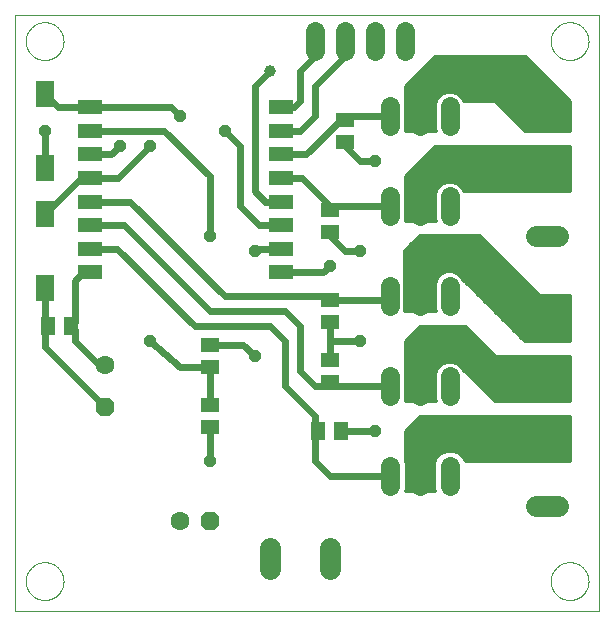
<source format=gtl>
G75*
%MOIN*%
%OFA0B0*%
%FSLAX25Y25*%
%IPPOS*%
%LPD*%
%AMOC8*
5,1,8,0,0,1.08239X$1,22.5*
%
%ADD10C,0.00000*%
%ADD11R,0.07874X0.04724*%
%ADD12C,0.06400*%
%ADD13R,0.05906X0.05118*%
%ADD14R,0.05118X0.05906*%
%ADD15R,0.06299X0.09055*%
%ADD16C,0.07100*%
%ADD17OC8,0.06300*%
%ADD18C,0.06300*%
%ADD19C,0.02400*%
%ADD20OC8,0.03962*%
%ADD21C,0.03962*%
%ADD22C,0.01200*%
%ADD23C,0.01000*%
D10*
X0001500Y0001500D02*
X0001500Y0200201D01*
X0196421Y0200201D01*
X0196421Y0001500D01*
X0001500Y0001500D01*
X0005201Y0011500D02*
X0005203Y0011658D01*
X0005209Y0011816D01*
X0005219Y0011974D01*
X0005233Y0012132D01*
X0005251Y0012289D01*
X0005272Y0012446D01*
X0005298Y0012602D01*
X0005328Y0012758D01*
X0005361Y0012913D01*
X0005399Y0013066D01*
X0005440Y0013219D01*
X0005485Y0013371D01*
X0005534Y0013522D01*
X0005587Y0013671D01*
X0005643Y0013819D01*
X0005703Y0013965D01*
X0005767Y0014110D01*
X0005835Y0014253D01*
X0005906Y0014395D01*
X0005980Y0014535D01*
X0006058Y0014672D01*
X0006140Y0014808D01*
X0006224Y0014942D01*
X0006313Y0015073D01*
X0006404Y0015202D01*
X0006499Y0015329D01*
X0006596Y0015454D01*
X0006697Y0015576D01*
X0006801Y0015695D01*
X0006908Y0015812D01*
X0007018Y0015926D01*
X0007131Y0016037D01*
X0007246Y0016146D01*
X0007364Y0016251D01*
X0007485Y0016353D01*
X0007608Y0016453D01*
X0007734Y0016549D01*
X0007862Y0016642D01*
X0007992Y0016732D01*
X0008125Y0016818D01*
X0008260Y0016902D01*
X0008396Y0016981D01*
X0008535Y0017058D01*
X0008676Y0017130D01*
X0008818Y0017200D01*
X0008962Y0017265D01*
X0009108Y0017327D01*
X0009255Y0017385D01*
X0009404Y0017440D01*
X0009554Y0017491D01*
X0009705Y0017538D01*
X0009857Y0017581D01*
X0010010Y0017620D01*
X0010165Y0017656D01*
X0010320Y0017687D01*
X0010476Y0017715D01*
X0010632Y0017739D01*
X0010789Y0017759D01*
X0010947Y0017775D01*
X0011104Y0017787D01*
X0011263Y0017795D01*
X0011421Y0017799D01*
X0011579Y0017799D01*
X0011737Y0017795D01*
X0011896Y0017787D01*
X0012053Y0017775D01*
X0012211Y0017759D01*
X0012368Y0017739D01*
X0012524Y0017715D01*
X0012680Y0017687D01*
X0012835Y0017656D01*
X0012990Y0017620D01*
X0013143Y0017581D01*
X0013295Y0017538D01*
X0013446Y0017491D01*
X0013596Y0017440D01*
X0013745Y0017385D01*
X0013892Y0017327D01*
X0014038Y0017265D01*
X0014182Y0017200D01*
X0014324Y0017130D01*
X0014465Y0017058D01*
X0014604Y0016981D01*
X0014740Y0016902D01*
X0014875Y0016818D01*
X0015008Y0016732D01*
X0015138Y0016642D01*
X0015266Y0016549D01*
X0015392Y0016453D01*
X0015515Y0016353D01*
X0015636Y0016251D01*
X0015754Y0016146D01*
X0015869Y0016037D01*
X0015982Y0015926D01*
X0016092Y0015812D01*
X0016199Y0015695D01*
X0016303Y0015576D01*
X0016404Y0015454D01*
X0016501Y0015329D01*
X0016596Y0015202D01*
X0016687Y0015073D01*
X0016776Y0014942D01*
X0016860Y0014808D01*
X0016942Y0014672D01*
X0017020Y0014535D01*
X0017094Y0014395D01*
X0017165Y0014253D01*
X0017233Y0014110D01*
X0017297Y0013965D01*
X0017357Y0013819D01*
X0017413Y0013671D01*
X0017466Y0013522D01*
X0017515Y0013371D01*
X0017560Y0013219D01*
X0017601Y0013066D01*
X0017639Y0012913D01*
X0017672Y0012758D01*
X0017702Y0012602D01*
X0017728Y0012446D01*
X0017749Y0012289D01*
X0017767Y0012132D01*
X0017781Y0011974D01*
X0017791Y0011816D01*
X0017797Y0011658D01*
X0017799Y0011500D01*
X0017797Y0011342D01*
X0017791Y0011184D01*
X0017781Y0011026D01*
X0017767Y0010868D01*
X0017749Y0010711D01*
X0017728Y0010554D01*
X0017702Y0010398D01*
X0017672Y0010242D01*
X0017639Y0010087D01*
X0017601Y0009934D01*
X0017560Y0009781D01*
X0017515Y0009629D01*
X0017466Y0009478D01*
X0017413Y0009329D01*
X0017357Y0009181D01*
X0017297Y0009035D01*
X0017233Y0008890D01*
X0017165Y0008747D01*
X0017094Y0008605D01*
X0017020Y0008465D01*
X0016942Y0008328D01*
X0016860Y0008192D01*
X0016776Y0008058D01*
X0016687Y0007927D01*
X0016596Y0007798D01*
X0016501Y0007671D01*
X0016404Y0007546D01*
X0016303Y0007424D01*
X0016199Y0007305D01*
X0016092Y0007188D01*
X0015982Y0007074D01*
X0015869Y0006963D01*
X0015754Y0006854D01*
X0015636Y0006749D01*
X0015515Y0006647D01*
X0015392Y0006547D01*
X0015266Y0006451D01*
X0015138Y0006358D01*
X0015008Y0006268D01*
X0014875Y0006182D01*
X0014740Y0006098D01*
X0014604Y0006019D01*
X0014465Y0005942D01*
X0014324Y0005870D01*
X0014182Y0005800D01*
X0014038Y0005735D01*
X0013892Y0005673D01*
X0013745Y0005615D01*
X0013596Y0005560D01*
X0013446Y0005509D01*
X0013295Y0005462D01*
X0013143Y0005419D01*
X0012990Y0005380D01*
X0012835Y0005344D01*
X0012680Y0005313D01*
X0012524Y0005285D01*
X0012368Y0005261D01*
X0012211Y0005241D01*
X0012053Y0005225D01*
X0011896Y0005213D01*
X0011737Y0005205D01*
X0011579Y0005201D01*
X0011421Y0005201D01*
X0011263Y0005205D01*
X0011104Y0005213D01*
X0010947Y0005225D01*
X0010789Y0005241D01*
X0010632Y0005261D01*
X0010476Y0005285D01*
X0010320Y0005313D01*
X0010165Y0005344D01*
X0010010Y0005380D01*
X0009857Y0005419D01*
X0009705Y0005462D01*
X0009554Y0005509D01*
X0009404Y0005560D01*
X0009255Y0005615D01*
X0009108Y0005673D01*
X0008962Y0005735D01*
X0008818Y0005800D01*
X0008676Y0005870D01*
X0008535Y0005942D01*
X0008396Y0006019D01*
X0008260Y0006098D01*
X0008125Y0006182D01*
X0007992Y0006268D01*
X0007862Y0006358D01*
X0007734Y0006451D01*
X0007608Y0006547D01*
X0007485Y0006647D01*
X0007364Y0006749D01*
X0007246Y0006854D01*
X0007131Y0006963D01*
X0007018Y0007074D01*
X0006908Y0007188D01*
X0006801Y0007305D01*
X0006697Y0007424D01*
X0006596Y0007546D01*
X0006499Y0007671D01*
X0006404Y0007798D01*
X0006313Y0007927D01*
X0006224Y0008058D01*
X0006140Y0008192D01*
X0006058Y0008328D01*
X0005980Y0008465D01*
X0005906Y0008605D01*
X0005835Y0008747D01*
X0005767Y0008890D01*
X0005703Y0009035D01*
X0005643Y0009181D01*
X0005587Y0009329D01*
X0005534Y0009478D01*
X0005485Y0009629D01*
X0005440Y0009781D01*
X0005399Y0009934D01*
X0005361Y0010087D01*
X0005328Y0010242D01*
X0005298Y0010398D01*
X0005272Y0010554D01*
X0005251Y0010711D01*
X0005233Y0010868D01*
X0005219Y0011026D01*
X0005209Y0011184D01*
X0005203Y0011342D01*
X0005201Y0011500D01*
X0005201Y0191500D02*
X0005203Y0191658D01*
X0005209Y0191816D01*
X0005219Y0191974D01*
X0005233Y0192132D01*
X0005251Y0192289D01*
X0005272Y0192446D01*
X0005298Y0192602D01*
X0005328Y0192758D01*
X0005361Y0192913D01*
X0005399Y0193066D01*
X0005440Y0193219D01*
X0005485Y0193371D01*
X0005534Y0193522D01*
X0005587Y0193671D01*
X0005643Y0193819D01*
X0005703Y0193965D01*
X0005767Y0194110D01*
X0005835Y0194253D01*
X0005906Y0194395D01*
X0005980Y0194535D01*
X0006058Y0194672D01*
X0006140Y0194808D01*
X0006224Y0194942D01*
X0006313Y0195073D01*
X0006404Y0195202D01*
X0006499Y0195329D01*
X0006596Y0195454D01*
X0006697Y0195576D01*
X0006801Y0195695D01*
X0006908Y0195812D01*
X0007018Y0195926D01*
X0007131Y0196037D01*
X0007246Y0196146D01*
X0007364Y0196251D01*
X0007485Y0196353D01*
X0007608Y0196453D01*
X0007734Y0196549D01*
X0007862Y0196642D01*
X0007992Y0196732D01*
X0008125Y0196818D01*
X0008260Y0196902D01*
X0008396Y0196981D01*
X0008535Y0197058D01*
X0008676Y0197130D01*
X0008818Y0197200D01*
X0008962Y0197265D01*
X0009108Y0197327D01*
X0009255Y0197385D01*
X0009404Y0197440D01*
X0009554Y0197491D01*
X0009705Y0197538D01*
X0009857Y0197581D01*
X0010010Y0197620D01*
X0010165Y0197656D01*
X0010320Y0197687D01*
X0010476Y0197715D01*
X0010632Y0197739D01*
X0010789Y0197759D01*
X0010947Y0197775D01*
X0011104Y0197787D01*
X0011263Y0197795D01*
X0011421Y0197799D01*
X0011579Y0197799D01*
X0011737Y0197795D01*
X0011896Y0197787D01*
X0012053Y0197775D01*
X0012211Y0197759D01*
X0012368Y0197739D01*
X0012524Y0197715D01*
X0012680Y0197687D01*
X0012835Y0197656D01*
X0012990Y0197620D01*
X0013143Y0197581D01*
X0013295Y0197538D01*
X0013446Y0197491D01*
X0013596Y0197440D01*
X0013745Y0197385D01*
X0013892Y0197327D01*
X0014038Y0197265D01*
X0014182Y0197200D01*
X0014324Y0197130D01*
X0014465Y0197058D01*
X0014604Y0196981D01*
X0014740Y0196902D01*
X0014875Y0196818D01*
X0015008Y0196732D01*
X0015138Y0196642D01*
X0015266Y0196549D01*
X0015392Y0196453D01*
X0015515Y0196353D01*
X0015636Y0196251D01*
X0015754Y0196146D01*
X0015869Y0196037D01*
X0015982Y0195926D01*
X0016092Y0195812D01*
X0016199Y0195695D01*
X0016303Y0195576D01*
X0016404Y0195454D01*
X0016501Y0195329D01*
X0016596Y0195202D01*
X0016687Y0195073D01*
X0016776Y0194942D01*
X0016860Y0194808D01*
X0016942Y0194672D01*
X0017020Y0194535D01*
X0017094Y0194395D01*
X0017165Y0194253D01*
X0017233Y0194110D01*
X0017297Y0193965D01*
X0017357Y0193819D01*
X0017413Y0193671D01*
X0017466Y0193522D01*
X0017515Y0193371D01*
X0017560Y0193219D01*
X0017601Y0193066D01*
X0017639Y0192913D01*
X0017672Y0192758D01*
X0017702Y0192602D01*
X0017728Y0192446D01*
X0017749Y0192289D01*
X0017767Y0192132D01*
X0017781Y0191974D01*
X0017791Y0191816D01*
X0017797Y0191658D01*
X0017799Y0191500D01*
X0017797Y0191342D01*
X0017791Y0191184D01*
X0017781Y0191026D01*
X0017767Y0190868D01*
X0017749Y0190711D01*
X0017728Y0190554D01*
X0017702Y0190398D01*
X0017672Y0190242D01*
X0017639Y0190087D01*
X0017601Y0189934D01*
X0017560Y0189781D01*
X0017515Y0189629D01*
X0017466Y0189478D01*
X0017413Y0189329D01*
X0017357Y0189181D01*
X0017297Y0189035D01*
X0017233Y0188890D01*
X0017165Y0188747D01*
X0017094Y0188605D01*
X0017020Y0188465D01*
X0016942Y0188328D01*
X0016860Y0188192D01*
X0016776Y0188058D01*
X0016687Y0187927D01*
X0016596Y0187798D01*
X0016501Y0187671D01*
X0016404Y0187546D01*
X0016303Y0187424D01*
X0016199Y0187305D01*
X0016092Y0187188D01*
X0015982Y0187074D01*
X0015869Y0186963D01*
X0015754Y0186854D01*
X0015636Y0186749D01*
X0015515Y0186647D01*
X0015392Y0186547D01*
X0015266Y0186451D01*
X0015138Y0186358D01*
X0015008Y0186268D01*
X0014875Y0186182D01*
X0014740Y0186098D01*
X0014604Y0186019D01*
X0014465Y0185942D01*
X0014324Y0185870D01*
X0014182Y0185800D01*
X0014038Y0185735D01*
X0013892Y0185673D01*
X0013745Y0185615D01*
X0013596Y0185560D01*
X0013446Y0185509D01*
X0013295Y0185462D01*
X0013143Y0185419D01*
X0012990Y0185380D01*
X0012835Y0185344D01*
X0012680Y0185313D01*
X0012524Y0185285D01*
X0012368Y0185261D01*
X0012211Y0185241D01*
X0012053Y0185225D01*
X0011896Y0185213D01*
X0011737Y0185205D01*
X0011579Y0185201D01*
X0011421Y0185201D01*
X0011263Y0185205D01*
X0011104Y0185213D01*
X0010947Y0185225D01*
X0010789Y0185241D01*
X0010632Y0185261D01*
X0010476Y0185285D01*
X0010320Y0185313D01*
X0010165Y0185344D01*
X0010010Y0185380D01*
X0009857Y0185419D01*
X0009705Y0185462D01*
X0009554Y0185509D01*
X0009404Y0185560D01*
X0009255Y0185615D01*
X0009108Y0185673D01*
X0008962Y0185735D01*
X0008818Y0185800D01*
X0008676Y0185870D01*
X0008535Y0185942D01*
X0008396Y0186019D01*
X0008260Y0186098D01*
X0008125Y0186182D01*
X0007992Y0186268D01*
X0007862Y0186358D01*
X0007734Y0186451D01*
X0007608Y0186547D01*
X0007485Y0186647D01*
X0007364Y0186749D01*
X0007246Y0186854D01*
X0007131Y0186963D01*
X0007018Y0187074D01*
X0006908Y0187188D01*
X0006801Y0187305D01*
X0006697Y0187424D01*
X0006596Y0187546D01*
X0006499Y0187671D01*
X0006404Y0187798D01*
X0006313Y0187927D01*
X0006224Y0188058D01*
X0006140Y0188192D01*
X0006058Y0188328D01*
X0005980Y0188465D01*
X0005906Y0188605D01*
X0005835Y0188747D01*
X0005767Y0188890D01*
X0005703Y0189035D01*
X0005643Y0189181D01*
X0005587Y0189329D01*
X0005534Y0189478D01*
X0005485Y0189629D01*
X0005440Y0189781D01*
X0005399Y0189934D01*
X0005361Y0190087D01*
X0005328Y0190242D01*
X0005298Y0190398D01*
X0005272Y0190554D01*
X0005251Y0190711D01*
X0005233Y0190868D01*
X0005219Y0191026D01*
X0005209Y0191184D01*
X0005203Y0191342D01*
X0005201Y0191500D01*
X0180201Y0191500D02*
X0180203Y0191658D01*
X0180209Y0191816D01*
X0180219Y0191974D01*
X0180233Y0192132D01*
X0180251Y0192289D01*
X0180272Y0192446D01*
X0180298Y0192602D01*
X0180328Y0192758D01*
X0180361Y0192913D01*
X0180399Y0193066D01*
X0180440Y0193219D01*
X0180485Y0193371D01*
X0180534Y0193522D01*
X0180587Y0193671D01*
X0180643Y0193819D01*
X0180703Y0193965D01*
X0180767Y0194110D01*
X0180835Y0194253D01*
X0180906Y0194395D01*
X0180980Y0194535D01*
X0181058Y0194672D01*
X0181140Y0194808D01*
X0181224Y0194942D01*
X0181313Y0195073D01*
X0181404Y0195202D01*
X0181499Y0195329D01*
X0181596Y0195454D01*
X0181697Y0195576D01*
X0181801Y0195695D01*
X0181908Y0195812D01*
X0182018Y0195926D01*
X0182131Y0196037D01*
X0182246Y0196146D01*
X0182364Y0196251D01*
X0182485Y0196353D01*
X0182608Y0196453D01*
X0182734Y0196549D01*
X0182862Y0196642D01*
X0182992Y0196732D01*
X0183125Y0196818D01*
X0183260Y0196902D01*
X0183396Y0196981D01*
X0183535Y0197058D01*
X0183676Y0197130D01*
X0183818Y0197200D01*
X0183962Y0197265D01*
X0184108Y0197327D01*
X0184255Y0197385D01*
X0184404Y0197440D01*
X0184554Y0197491D01*
X0184705Y0197538D01*
X0184857Y0197581D01*
X0185010Y0197620D01*
X0185165Y0197656D01*
X0185320Y0197687D01*
X0185476Y0197715D01*
X0185632Y0197739D01*
X0185789Y0197759D01*
X0185947Y0197775D01*
X0186104Y0197787D01*
X0186263Y0197795D01*
X0186421Y0197799D01*
X0186579Y0197799D01*
X0186737Y0197795D01*
X0186896Y0197787D01*
X0187053Y0197775D01*
X0187211Y0197759D01*
X0187368Y0197739D01*
X0187524Y0197715D01*
X0187680Y0197687D01*
X0187835Y0197656D01*
X0187990Y0197620D01*
X0188143Y0197581D01*
X0188295Y0197538D01*
X0188446Y0197491D01*
X0188596Y0197440D01*
X0188745Y0197385D01*
X0188892Y0197327D01*
X0189038Y0197265D01*
X0189182Y0197200D01*
X0189324Y0197130D01*
X0189465Y0197058D01*
X0189604Y0196981D01*
X0189740Y0196902D01*
X0189875Y0196818D01*
X0190008Y0196732D01*
X0190138Y0196642D01*
X0190266Y0196549D01*
X0190392Y0196453D01*
X0190515Y0196353D01*
X0190636Y0196251D01*
X0190754Y0196146D01*
X0190869Y0196037D01*
X0190982Y0195926D01*
X0191092Y0195812D01*
X0191199Y0195695D01*
X0191303Y0195576D01*
X0191404Y0195454D01*
X0191501Y0195329D01*
X0191596Y0195202D01*
X0191687Y0195073D01*
X0191776Y0194942D01*
X0191860Y0194808D01*
X0191942Y0194672D01*
X0192020Y0194535D01*
X0192094Y0194395D01*
X0192165Y0194253D01*
X0192233Y0194110D01*
X0192297Y0193965D01*
X0192357Y0193819D01*
X0192413Y0193671D01*
X0192466Y0193522D01*
X0192515Y0193371D01*
X0192560Y0193219D01*
X0192601Y0193066D01*
X0192639Y0192913D01*
X0192672Y0192758D01*
X0192702Y0192602D01*
X0192728Y0192446D01*
X0192749Y0192289D01*
X0192767Y0192132D01*
X0192781Y0191974D01*
X0192791Y0191816D01*
X0192797Y0191658D01*
X0192799Y0191500D01*
X0192797Y0191342D01*
X0192791Y0191184D01*
X0192781Y0191026D01*
X0192767Y0190868D01*
X0192749Y0190711D01*
X0192728Y0190554D01*
X0192702Y0190398D01*
X0192672Y0190242D01*
X0192639Y0190087D01*
X0192601Y0189934D01*
X0192560Y0189781D01*
X0192515Y0189629D01*
X0192466Y0189478D01*
X0192413Y0189329D01*
X0192357Y0189181D01*
X0192297Y0189035D01*
X0192233Y0188890D01*
X0192165Y0188747D01*
X0192094Y0188605D01*
X0192020Y0188465D01*
X0191942Y0188328D01*
X0191860Y0188192D01*
X0191776Y0188058D01*
X0191687Y0187927D01*
X0191596Y0187798D01*
X0191501Y0187671D01*
X0191404Y0187546D01*
X0191303Y0187424D01*
X0191199Y0187305D01*
X0191092Y0187188D01*
X0190982Y0187074D01*
X0190869Y0186963D01*
X0190754Y0186854D01*
X0190636Y0186749D01*
X0190515Y0186647D01*
X0190392Y0186547D01*
X0190266Y0186451D01*
X0190138Y0186358D01*
X0190008Y0186268D01*
X0189875Y0186182D01*
X0189740Y0186098D01*
X0189604Y0186019D01*
X0189465Y0185942D01*
X0189324Y0185870D01*
X0189182Y0185800D01*
X0189038Y0185735D01*
X0188892Y0185673D01*
X0188745Y0185615D01*
X0188596Y0185560D01*
X0188446Y0185509D01*
X0188295Y0185462D01*
X0188143Y0185419D01*
X0187990Y0185380D01*
X0187835Y0185344D01*
X0187680Y0185313D01*
X0187524Y0185285D01*
X0187368Y0185261D01*
X0187211Y0185241D01*
X0187053Y0185225D01*
X0186896Y0185213D01*
X0186737Y0185205D01*
X0186579Y0185201D01*
X0186421Y0185201D01*
X0186263Y0185205D01*
X0186104Y0185213D01*
X0185947Y0185225D01*
X0185789Y0185241D01*
X0185632Y0185261D01*
X0185476Y0185285D01*
X0185320Y0185313D01*
X0185165Y0185344D01*
X0185010Y0185380D01*
X0184857Y0185419D01*
X0184705Y0185462D01*
X0184554Y0185509D01*
X0184404Y0185560D01*
X0184255Y0185615D01*
X0184108Y0185673D01*
X0183962Y0185735D01*
X0183818Y0185800D01*
X0183676Y0185870D01*
X0183535Y0185942D01*
X0183396Y0186019D01*
X0183260Y0186098D01*
X0183125Y0186182D01*
X0182992Y0186268D01*
X0182862Y0186358D01*
X0182734Y0186451D01*
X0182608Y0186547D01*
X0182485Y0186647D01*
X0182364Y0186749D01*
X0182246Y0186854D01*
X0182131Y0186963D01*
X0182018Y0187074D01*
X0181908Y0187188D01*
X0181801Y0187305D01*
X0181697Y0187424D01*
X0181596Y0187546D01*
X0181499Y0187671D01*
X0181404Y0187798D01*
X0181313Y0187927D01*
X0181224Y0188058D01*
X0181140Y0188192D01*
X0181058Y0188328D01*
X0180980Y0188465D01*
X0180906Y0188605D01*
X0180835Y0188747D01*
X0180767Y0188890D01*
X0180703Y0189035D01*
X0180643Y0189181D01*
X0180587Y0189329D01*
X0180534Y0189478D01*
X0180485Y0189629D01*
X0180440Y0189781D01*
X0180399Y0189934D01*
X0180361Y0190087D01*
X0180328Y0190242D01*
X0180298Y0190398D01*
X0180272Y0190554D01*
X0180251Y0190711D01*
X0180233Y0190868D01*
X0180219Y0191026D01*
X0180209Y0191184D01*
X0180203Y0191342D01*
X0180201Y0191500D01*
X0180201Y0011500D02*
X0180203Y0011658D01*
X0180209Y0011816D01*
X0180219Y0011974D01*
X0180233Y0012132D01*
X0180251Y0012289D01*
X0180272Y0012446D01*
X0180298Y0012602D01*
X0180328Y0012758D01*
X0180361Y0012913D01*
X0180399Y0013066D01*
X0180440Y0013219D01*
X0180485Y0013371D01*
X0180534Y0013522D01*
X0180587Y0013671D01*
X0180643Y0013819D01*
X0180703Y0013965D01*
X0180767Y0014110D01*
X0180835Y0014253D01*
X0180906Y0014395D01*
X0180980Y0014535D01*
X0181058Y0014672D01*
X0181140Y0014808D01*
X0181224Y0014942D01*
X0181313Y0015073D01*
X0181404Y0015202D01*
X0181499Y0015329D01*
X0181596Y0015454D01*
X0181697Y0015576D01*
X0181801Y0015695D01*
X0181908Y0015812D01*
X0182018Y0015926D01*
X0182131Y0016037D01*
X0182246Y0016146D01*
X0182364Y0016251D01*
X0182485Y0016353D01*
X0182608Y0016453D01*
X0182734Y0016549D01*
X0182862Y0016642D01*
X0182992Y0016732D01*
X0183125Y0016818D01*
X0183260Y0016902D01*
X0183396Y0016981D01*
X0183535Y0017058D01*
X0183676Y0017130D01*
X0183818Y0017200D01*
X0183962Y0017265D01*
X0184108Y0017327D01*
X0184255Y0017385D01*
X0184404Y0017440D01*
X0184554Y0017491D01*
X0184705Y0017538D01*
X0184857Y0017581D01*
X0185010Y0017620D01*
X0185165Y0017656D01*
X0185320Y0017687D01*
X0185476Y0017715D01*
X0185632Y0017739D01*
X0185789Y0017759D01*
X0185947Y0017775D01*
X0186104Y0017787D01*
X0186263Y0017795D01*
X0186421Y0017799D01*
X0186579Y0017799D01*
X0186737Y0017795D01*
X0186896Y0017787D01*
X0187053Y0017775D01*
X0187211Y0017759D01*
X0187368Y0017739D01*
X0187524Y0017715D01*
X0187680Y0017687D01*
X0187835Y0017656D01*
X0187990Y0017620D01*
X0188143Y0017581D01*
X0188295Y0017538D01*
X0188446Y0017491D01*
X0188596Y0017440D01*
X0188745Y0017385D01*
X0188892Y0017327D01*
X0189038Y0017265D01*
X0189182Y0017200D01*
X0189324Y0017130D01*
X0189465Y0017058D01*
X0189604Y0016981D01*
X0189740Y0016902D01*
X0189875Y0016818D01*
X0190008Y0016732D01*
X0190138Y0016642D01*
X0190266Y0016549D01*
X0190392Y0016453D01*
X0190515Y0016353D01*
X0190636Y0016251D01*
X0190754Y0016146D01*
X0190869Y0016037D01*
X0190982Y0015926D01*
X0191092Y0015812D01*
X0191199Y0015695D01*
X0191303Y0015576D01*
X0191404Y0015454D01*
X0191501Y0015329D01*
X0191596Y0015202D01*
X0191687Y0015073D01*
X0191776Y0014942D01*
X0191860Y0014808D01*
X0191942Y0014672D01*
X0192020Y0014535D01*
X0192094Y0014395D01*
X0192165Y0014253D01*
X0192233Y0014110D01*
X0192297Y0013965D01*
X0192357Y0013819D01*
X0192413Y0013671D01*
X0192466Y0013522D01*
X0192515Y0013371D01*
X0192560Y0013219D01*
X0192601Y0013066D01*
X0192639Y0012913D01*
X0192672Y0012758D01*
X0192702Y0012602D01*
X0192728Y0012446D01*
X0192749Y0012289D01*
X0192767Y0012132D01*
X0192781Y0011974D01*
X0192791Y0011816D01*
X0192797Y0011658D01*
X0192799Y0011500D01*
X0192797Y0011342D01*
X0192791Y0011184D01*
X0192781Y0011026D01*
X0192767Y0010868D01*
X0192749Y0010711D01*
X0192728Y0010554D01*
X0192702Y0010398D01*
X0192672Y0010242D01*
X0192639Y0010087D01*
X0192601Y0009934D01*
X0192560Y0009781D01*
X0192515Y0009629D01*
X0192466Y0009478D01*
X0192413Y0009329D01*
X0192357Y0009181D01*
X0192297Y0009035D01*
X0192233Y0008890D01*
X0192165Y0008747D01*
X0192094Y0008605D01*
X0192020Y0008465D01*
X0191942Y0008328D01*
X0191860Y0008192D01*
X0191776Y0008058D01*
X0191687Y0007927D01*
X0191596Y0007798D01*
X0191501Y0007671D01*
X0191404Y0007546D01*
X0191303Y0007424D01*
X0191199Y0007305D01*
X0191092Y0007188D01*
X0190982Y0007074D01*
X0190869Y0006963D01*
X0190754Y0006854D01*
X0190636Y0006749D01*
X0190515Y0006647D01*
X0190392Y0006547D01*
X0190266Y0006451D01*
X0190138Y0006358D01*
X0190008Y0006268D01*
X0189875Y0006182D01*
X0189740Y0006098D01*
X0189604Y0006019D01*
X0189465Y0005942D01*
X0189324Y0005870D01*
X0189182Y0005800D01*
X0189038Y0005735D01*
X0188892Y0005673D01*
X0188745Y0005615D01*
X0188596Y0005560D01*
X0188446Y0005509D01*
X0188295Y0005462D01*
X0188143Y0005419D01*
X0187990Y0005380D01*
X0187835Y0005344D01*
X0187680Y0005313D01*
X0187524Y0005285D01*
X0187368Y0005261D01*
X0187211Y0005241D01*
X0187053Y0005225D01*
X0186896Y0005213D01*
X0186737Y0005205D01*
X0186579Y0005201D01*
X0186421Y0005201D01*
X0186263Y0005205D01*
X0186104Y0005213D01*
X0185947Y0005225D01*
X0185789Y0005241D01*
X0185632Y0005261D01*
X0185476Y0005285D01*
X0185320Y0005313D01*
X0185165Y0005344D01*
X0185010Y0005380D01*
X0184857Y0005419D01*
X0184705Y0005462D01*
X0184554Y0005509D01*
X0184404Y0005560D01*
X0184255Y0005615D01*
X0184108Y0005673D01*
X0183962Y0005735D01*
X0183818Y0005800D01*
X0183676Y0005870D01*
X0183535Y0005942D01*
X0183396Y0006019D01*
X0183260Y0006098D01*
X0183125Y0006182D01*
X0182992Y0006268D01*
X0182862Y0006358D01*
X0182734Y0006451D01*
X0182608Y0006547D01*
X0182485Y0006647D01*
X0182364Y0006749D01*
X0182246Y0006854D01*
X0182131Y0006963D01*
X0182018Y0007074D01*
X0181908Y0007188D01*
X0181801Y0007305D01*
X0181697Y0007424D01*
X0181596Y0007546D01*
X0181499Y0007671D01*
X0181404Y0007798D01*
X0181313Y0007927D01*
X0181224Y0008058D01*
X0181140Y0008192D01*
X0181058Y0008328D01*
X0180980Y0008465D01*
X0180906Y0008605D01*
X0180835Y0008747D01*
X0180767Y0008890D01*
X0180703Y0009035D01*
X0180643Y0009181D01*
X0180587Y0009329D01*
X0180534Y0009478D01*
X0180485Y0009629D01*
X0180440Y0009781D01*
X0180399Y0009934D01*
X0180361Y0010087D01*
X0180328Y0010242D01*
X0180298Y0010398D01*
X0180272Y0010554D01*
X0180251Y0010711D01*
X0180233Y0010868D01*
X0180219Y0011026D01*
X0180209Y0011184D01*
X0180203Y0011342D01*
X0180201Y0011500D01*
D11*
X0090280Y0114374D03*
X0090280Y0122248D03*
X0090280Y0130122D03*
X0090280Y0137996D03*
X0090280Y0145870D03*
X0090280Y0153744D03*
X0090280Y0161618D03*
X0090280Y0169492D03*
X0026500Y0169492D03*
X0026500Y0161618D03*
X0026500Y0153744D03*
X0026500Y0145870D03*
X0026500Y0137996D03*
X0026500Y0130122D03*
X0026500Y0122248D03*
X0026500Y0114374D03*
D12*
X0101500Y0188300D02*
X0101500Y0194700D01*
X0111500Y0194700D02*
X0111500Y0188300D01*
X0121500Y0188300D02*
X0121500Y0194700D01*
X0131500Y0194700D02*
X0131500Y0188300D01*
X0126500Y0169700D02*
X0126500Y0163300D01*
X0136500Y0163300D02*
X0136500Y0169700D01*
X0146500Y0169700D02*
X0146500Y0163300D01*
X0146500Y0139700D02*
X0146500Y0133300D01*
X0136500Y0133300D02*
X0136500Y0139700D01*
X0126500Y0139700D02*
X0126500Y0133300D01*
X0126500Y0109700D02*
X0126500Y0103300D01*
X0136500Y0103300D02*
X0136500Y0109700D01*
X0146500Y0109700D02*
X0146500Y0103300D01*
X0146500Y0079700D02*
X0146500Y0073300D01*
X0136500Y0073300D02*
X0136500Y0079700D01*
X0126500Y0079700D02*
X0126500Y0073300D01*
X0126500Y0049700D02*
X0126500Y0043300D01*
X0136500Y0043300D02*
X0136500Y0049700D01*
X0146500Y0049700D02*
X0146500Y0043300D01*
D13*
X0106500Y0077760D03*
X0106500Y0085240D03*
X0106500Y0097760D03*
X0106500Y0105240D03*
X0106500Y0127760D03*
X0106500Y0135240D03*
X0111500Y0157760D03*
X0111500Y0165240D03*
X0066500Y0090240D03*
X0066500Y0082760D03*
X0066500Y0070240D03*
X0066500Y0062760D03*
D14*
X0102760Y0061500D03*
X0110240Y0061500D03*
X0020240Y0096500D03*
X0012760Y0096500D03*
D15*
X0011500Y0109098D03*
X0011500Y0133902D03*
X0011500Y0149098D03*
X0011500Y0173902D03*
D16*
X0086500Y0022550D02*
X0086500Y0015450D01*
X0106500Y0015450D02*
X0106500Y0022550D01*
X0175450Y0036500D02*
X0182550Y0036500D01*
X0182550Y0056500D02*
X0175450Y0056500D01*
X0175450Y0076500D02*
X0182550Y0076500D01*
X0182550Y0096500D02*
X0175450Y0096500D01*
X0175450Y0126500D02*
X0182550Y0126500D01*
X0182550Y0146500D02*
X0175450Y0146500D01*
X0175450Y0166500D02*
X0182550Y0166500D01*
D17*
X0066500Y0031500D03*
X0031500Y0069500D03*
D18*
X0031500Y0083500D03*
X0056500Y0031500D03*
D19*
X0066500Y0051500D02*
X0066500Y0062760D01*
X0066500Y0070240D02*
X0066500Y0082760D01*
X0056500Y0082760D01*
X0046500Y0091500D01*
X0061500Y0096500D02*
X0086500Y0096500D01*
X0091500Y0091500D01*
X0091500Y0076500D01*
X0101500Y0066500D01*
X0101500Y0060240D01*
X0102760Y0061500D01*
X0101500Y0062760D01*
X0101500Y0060240D02*
X0101500Y0051500D01*
X0106500Y0046500D01*
X0126500Y0046500D01*
X0121500Y0061500D02*
X0110240Y0061500D01*
X0105240Y0076500D02*
X0101500Y0076500D01*
X0096500Y0081500D01*
X0096500Y0096500D01*
X0091500Y0101500D01*
X0066500Y0101500D01*
X0037878Y0130122D01*
X0026500Y0130122D01*
X0026500Y0137996D02*
X0040004Y0137996D01*
X0071500Y0106500D01*
X0105240Y0106500D01*
X0106500Y0105240D01*
X0127760Y0105240D01*
X0126500Y0106500D01*
X0116500Y0121500D02*
X0111500Y0121500D01*
X0106500Y0126500D01*
X0106500Y0127760D01*
X0106500Y0135240D02*
X0107760Y0136500D01*
X0126500Y0136500D01*
X0121500Y0151500D02*
X0116500Y0151500D01*
X0111500Y0156500D01*
X0111500Y0157760D01*
X0111500Y0165240D02*
X0110240Y0166500D01*
X0111500Y0166500D01*
X0098744Y0153744D01*
X0090280Y0153744D01*
X0090280Y0145870D02*
X0097130Y0145870D01*
X0106500Y0136500D01*
X0106500Y0135240D01*
X0090004Y0137996D02*
X0085004Y0137996D01*
X0081500Y0141500D01*
X0081500Y0176500D01*
X0086500Y0181500D01*
X0096500Y0181500D02*
X0096500Y0171500D01*
X0094492Y0169492D01*
X0090280Y0169492D01*
X0090280Y0161618D02*
X0096618Y0161618D01*
X0101500Y0166500D01*
X0101500Y0176500D01*
X0111500Y0186500D01*
X0111500Y0191500D01*
X0101500Y0191500D02*
X0101500Y0186500D01*
X0096500Y0181500D01*
X0112760Y0166500D02*
X0111500Y0165240D01*
X0112760Y0166500D02*
X0126500Y0166500D01*
X0090280Y0130122D02*
X0082878Y0130122D01*
X0076500Y0136500D01*
X0076500Y0156500D01*
X0071500Y0161500D01*
X0066500Y0146500D02*
X0066500Y0126500D01*
X0081500Y0121500D02*
X0082248Y0122248D01*
X0090280Y0122248D01*
X0090280Y0114374D02*
X0104374Y0114374D01*
X0106500Y0116500D01*
X0106500Y0097760D02*
X0106500Y0091500D01*
X0116500Y0091500D01*
X0106500Y0091500D02*
X0106500Y0085240D01*
X0106500Y0077760D02*
X0105240Y0076500D01*
X0126500Y0076500D01*
X0081500Y0086500D02*
X0077760Y0090240D01*
X0066500Y0090240D01*
X0061500Y0096500D02*
X0035752Y0122248D01*
X0026500Y0122248D01*
X0026500Y0114374D02*
X0024374Y0114374D01*
X0021500Y0111500D01*
X0021500Y0097760D01*
X0020240Y0096500D01*
X0021500Y0095240D01*
X0021500Y0091500D01*
X0029500Y0083500D01*
X0031500Y0083500D01*
X0031500Y0069500D02*
X0011500Y0089500D01*
X0011500Y0096500D01*
X0012760Y0096500D01*
X0011500Y0096500D02*
X0011500Y0109098D01*
X0011500Y0133902D02*
X0023469Y0145870D01*
X0026500Y0145870D01*
X0035870Y0145870D01*
X0046500Y0156500D01*
X0051382Y0161618D02*
X0066500Y0146500D01*
X0051382Y0161618D02*
X0026500Y0161618D01*
X0026500Y0153744D02*
X0033744Y0153744D01*
X0036500Y0156500D01*
X0026500Y0169492D02*
X0053508Y0169492D01*
X0056500Y0166500D01*
X0026500Y0169492D02*
X0015909Y0169492D01*
X0011500Y0173902D01*
X0011500Y0161500D02*
X0011500Y0149098D01*
D20*
X0011500Y0161500D03*
X0036500Y0156500D03*
X0046500Y0156500D03*
X0056500Y0166500D03*
X0071500Y0161500D03*
X0066500Y0126500D03*
X0081500Y0121500D03*
X0106500Y0116500D03*
X0116500Y0121500D03*
X0116500Y0091500D03*
X0121500Y0061500D03*
X0081500Y0086500D03*
X0046500Y0091500D03*
X0066500Y0051500D03*
X0121500Y0151500D03*
D21*
X0086500Y0181500D03*
D22*
X0136500Y0126500D02*
X0156500Y0126500D01*
X0176500Y0106500D01*
X0186500Y0106500D01*
X0186500Y0091500D01*
X0171500Y0091500D01*
X0151500Y0111500D01*
X0151166Y0111500D01*
X0150739Y0112532D01*
X0149332Y0113939D01*
X0147495Y0114700D01*
X0145505Y0114700D01*
X0143668Y0113939D01*
X0142261Y0112532D01*
X0141500Y0110695D01*
X0141500Y0102305D01*
X0141834Y0101500D01*
X0131500Y0101500D01*
X0131500Y0121500D01*
X0136500Y0126500D01*
X0136145Y0126145D02*
X0156855Y0126145D01*
X0158053Y0124947D02*
X0134947Y0124947D01*
X0133748Y0123748D02*
X0159252Y0123748D01*
X0160450Y0122550D02*
X0132550Y0122550D01*
X0131500Y0121351D02*
X0161649Y0121351D01*
X0162847Y0120153D02*
X0131500Y0120153D01*
X0131500Y0118954D02*
X0164046Y0118954D01*
X0165244Y0117756D02*
X0131500Y0117756D01*
X0131500Y0116557D02*
X0166443Y0116557D01*
X0167641Y0115359D02*
X0131500Y0115359D01*
X0131500Y0114160D02*
X0144202Y0114160D01*
X0142690Y0112962D02*
X0131500Y0112962D01*
X0131500Y0111763D02*
X0141943Y0111763D01*
X0141500Y0110565D02*
X0131500Y0110565D01*
X0131500Y0109366D02*
X0141500Y0109366D01*
X0141500Y0108168D02*
X0131500Y0108168D01*
X0131500Y0106969D02*
X0141500Y0106969D01*
X0141500Y0105770D02*
X0131500Y0105770D01*
X0131500Y0104572D02*
X0141500Y0104572D01*
X0141500Y0103373D02*
X0131500Y0103373D01*
X0131500Y0102175D02*
X0141554Y0102175D01*
X0151057Y0111763D02*
X0171237Y0111763D01*
X0172435Y0110565D02*
X0152435Y0110565D01*
X0153634Y0109366D02*
X0173634Y0109366D01*
X0174832Y0108168D02*
X0154832Y0108168D01*
X0156031Y0106969D02*
X0176031Y0106969D01*
X0170038Y0112962D02*
X0150309Y0112962D01*
X0148798Y0114160D02*
X0168840Y0114160D01*
X0158428Y0104572D02*
X0186500Y0104572D01*
X0186500Y0105770D02*
X0157230Y0105770D01*
X0159627Y0103373D02*
X0186500Y0103373D01*
X0186500Y0102175D02*
X0160825Y0102175D01*
X0162024Y0100976D02*
X0186500Y0100976D01*
X0186500Y0099778D02*
X0163222Y0099778D01*
X0164421Y0098579D02*
X0186500Y0098579D01*
X0186500Y0097381D02*
X0165619Y0097381D01*
X0166818Y0096182D02*
X0186500Y0096182D01*
X0186500Y0094984D02*
X0168016Y0094984D01*
X0169215Y0093785D02*
X0186500Y0093785D01*
X0186500Y0092587D02*
X0170413Y0092587D01*
D23*
X0161500Y0086500D02*
X0186500Y0086500D01*
X0186500Y0071500D01*
X0161500Y0071500D01*
X0151500Y0081500D01*
X0151058Y0081500D01*
X0150654Y0082476D01*
X0149276Y0083854D01*
X0147475Y0084600D01*
X0145525Y0084600D01*
X0143724Y0083854D01*
X0142346Y0082476D01*
X0141600Y0080675D01*
X0141600Y0072325D01*
X0141942Y0071500D01*
X0131500Y0071500D01*
X0131500Y0091500D01*
X0136500Y0096500D01*
X0151500Y0096500D01*
X0161500Y0086500D01*
X0160628Y0087372D02*
X0131500Y0087372D01*
X0131500Y0088370D02*
X0159630Y0088370D01*
X0158631Y0089369D02*
X0131500Y0089369D01*
X0131500Y0090368D02*
X0157632Y0090368D01*
X0156634Y0091366D02*
X0131500Y0091366D01*
X0132365Y0092365D02*
X0155635Y0092365D01*
X0154637Y0093363D02*
X0133363Y0093363D01*
X0134362Y0094362D02*
X0153638Y0094362D01*
X0152640Y0095360D02*
X0135360Y0095360D01*
X0136359Y0096359D02*
X0151641Y0096359D01*
X0148014Y0084376D02*
X0186500Y0084376D01*
X0186500Y0083378D02*
X0149752Y0083378D01*
X0150694Y0082379D02*
X0186500Y0082379D01*
X0186500Y0081381D02*
X0151619Y0081381D01*
X0152618Y0080382D02*
X0186500Y0080382D01*
X0186500Y0079384D02*
X0153616Y0079384D01*
X0154615Y0078385D02*
X0186500Y0078385D01*
X0186500Y0077387D02*
X0155613Y0077387D01*
X0156612Y0076388D02*
X0186500Y0076388D01*
X0186500Y0075390D02*
X0157610Y0075390D01*
X0158609Y0074391D02*
X0186500Y0074391D01*
X0186500Y0073393D02*
X0159607Y0073393D01*
X0160606Y0072394D02*
X0186500Y0072394D01*
X0186500Y0066500D02*
X0186500Y0051500D01*
X0151500Y0051500D01*
X0151494Y0051494D01*
X0150993Y0052702D01*
X0149502Y0054193D01*
X0147554Y0055000D01*
X0145446Y0055000D01*
X0143498Y0054193D01*
X0142007Y0052702D01*
X0141200Y0050754D01*
X0141200Y0042246D01*
X0141506Y0041506D01*
X0141500Y0041500D01*
X0131500Y0041500D01*
X0131500Y0041522D01*
X0131800Y0042246D01*
X0131800Y0050754D01*
X0131500Y0051478D01*
X0131500Y0061500D01*
X0136500Y0066500D01*
X0186500Y0066500D01*
X0186500Y0066403D02*
X0136403Y0066403D01*
X0135405Y0065405D02*
X0186500Y0065405D01*
X0186500Y0064406D02*
X0134406Y0064406D01*
X0133408Y0063408D02*
X0186500Y0063408D01*
X0186500Y0062409D02*
X0132409Y0062409D01*
X0131500Y0061411D02*
X0186500Y0061411D01*
X0186500Y0060412D02*
X0131500Y0060412D01*
X0131500Y0059414D02*
X0186500Y0059414D01*
X0186500Y0058415D02*
X0131500Y0058415D01*
X0131500Y0057417D02*
X0186500Y0057417D01*
X0186500Y0056418D02*
X0131500Y0056418D01*
X0131500Y0055420D02*
X0186500Y0055420D01*
X0186500Y0054421D02*
X0148952Y0054421D01*
X0150273Y0053423D02*
X0186500Y0053423D01*
X0186500Y0052424D02*
X0151108Y0052424D01*
X0144048Y0054421D02*
X0131500Y0054421D01*
X0131500Y0053423D02*
X0142727Y0053423D01*
X0141892Y0052424D02*
X0131500Y0052424D01*
X0131522Y0051426D02*
X0141478Y0051426D01*
X0141200Y0050427D02*
X0131800Y0050427D01*
X0131800Y0049429D02*
X0141200Y0049429D01*
X0141200Y0048430D02*
X0131800Y0048430D01*
X0131800Y0047432D02*
X0141200Y0047432D01*
X0141200Y0046433D02*
X0131800Y0046433D01*
X0131800Y0045434D02*
X0141200Y0045434D01*
X0141200Y0044436D02*
X0131800Y0044436D01*
X0131800Y0043437D02*
X0141200Y0043437D01*
X0141200Y0042439D02*
X0131800Y0042439D01*
X0131500Y0072394D02*
X0141600Y0072394D01*
X0141600Y0073393D02*
X0131500Y0073393D01*
X0131500Y0074391D02*
X0141600Y0074391D01*
X0141600Y0075390D02*
X0131500Y0075390D01*
X0131500Y0076388D02*
X0141600Y0076388D01*
X0141600Y0077387D02*
X0131500Y0077387D01*
X0131500Y0078385D02*
X0141600Y0078385D01*
X0141600Y0079384D02*
X0131500Y0079384D01*
X0131500Y0080382D02*
X0141600Y0080382D01*
X0141893Y0081381D02*
X0131500Y0081381D01*
X0131500Y0082379D02*
X0142306Y0082379D01*
X0143248Y0083378D02*
X0131500Y0083378D01*
X0131500Y0084376D02*
X0144986Y0084376D01*
X0131500Y0085375D02*
X0186500Y0085375D01*
X0186500Y0086373D02*
X0131500Y0086373D01*
X0131500Y0131500D02*
X0141942Y0131500D01*
X0141600Y0132325D01*
X0141600Y0140675D01*
X0142346Y0142476D01*
X0143724Y0143854D01*
X0145525Y0144600D01*
X0147475Y0144600D01*
X0149276Y0143854D01*
X0150654Y0142476D01*
X0151058Y0141500D01*
X0186500Y0141500D01*
X0186500Y0156500D01*
X0141500Y0156500D01*
X0131500Y0146500D01*
X0131500Y0131500D01*
X0131500Y0132305D02*
X0141608Y0132305D01*
X0141600Y0133303D02*
X0131500Y0133303D01*
X0131500Y0134302D02*
X0141600Y0134302D01*
X0141600Y0135301D02*
X0131500Y0135301D01*
X0131500Y0136299D02*
X0141600Y0136299D01*
X0141600Y0137298D02*
X0131500Y0137298D01*
X0131500Y0138296D02*
X0141600Y0138296D01*
X0141600Y0139295D02*
X0131500Y0139295D01*
X0131500Y0140293D02*
X0141600Y0140293D01*
X0141856Y0141292D02*
X0131500Y0141292D01*
X0131500Y0142290D02*
X0142269Y0142290D01*
X0143159Y0143289D02*
X0131500Y0143289D01*
X0131500Y0144287D02*
X0144770Y0144287D01*
X0148230Y0144287D02*
X0186500Y0144287D01*
X0186500Y0143289D02*
X0149841Y0143289D01*
X0150731Y0142290D02*
X0186500Y0142290D01*
X0186500Y0145286D02*
X0131500Y0145286D01*
X0131500Y0146284D02*
X0186500Y0146284D01*
X0186500Y0147283D02*
X0132283Y0147283D01*
X0133281Y0148281D02*
X0186500Y0148281D01*
X0186500Y0149280D02*
X0134280Y0149280D01*
X0135278Y0150278D02*
X0186500Y0150278D01*
X0186500Y0151277D02*
X0136277Y0151277D01*
X0137275Y0152275D02*
X0186500Y0152275D01*
X0186500Y0153274D02*
X0138274Y0153274D01*
X0139272Y0154272D02*
X0186500Y0154272D01*
X0186500Y0155271D02*
X0140271Y0155271D01*
X0141269Y0156269D02*
X0186500Y0156269D01*
X0186500Y0161500D02*
X0171500Y0161500D01*
X0161500Y0171500D01*
X0151058Y0171500D01*
X0150654Y0172476D01*
X0149276Y0173854D01*
X0147475Y0174600D01*
X0145525Y0174600D01*
X0143724Y0173854D01*
X0142346Y0172476D01*
X0141600Y0170675D01*
X0141600Y0162325D01*
X0141942Y0161500D01*
X0131500Y0161500D01*
X0131500Y0176500D01*
X0141500Y0186500D01*
X0171500Y0186500D01*
X0186500Y0171500D01*
X0186500Y0161500D01*
X0186500Y0162260D02*
X0170740Y0162260D01*
X0169741Y0163259D02*
X0186500Y0163259D01*
X0186500Y0164257D02*
X0168743Y0164257D01*
X0167744Y0165256D02*
X0186500Y0165256D01*
X0186500Y0166254D02*
X0166746Y0166254D01*
X0165747Y0167253D02*
X0186500Y0167253D01*
X0186500Y0168251D02*
X0164749Y0168251D01*
X0163750Y0169250D02*
X0186500Y0169250D01*
X0186500Y0170248D02*
X0162752Y0170248D01*
X0161753Y0171247D02*
X0186500Y0171247D01*
X0185755Y0172245D02*
X0150749Y0172245D01*
X0149886Y0173244D02*
X0184756Y0173244D01*
X0183758Y0174242D02*
X0148338Y0174242D01*
X0144662Y0174242D02*
X0131500Y0174242D01*
X0131500Y0173244D02*
X0143114Y0173244D01*
X0142251Y0172245D02*
X0131500Y0172245D01*
X0131500Y0171247D02*
X0141837Y0171247D01*
X0141600Y0170248D02*
X0131500Y0170248D01*
X0131500Y0169250D02*
X0141600Y0169250D01*
X0141600Y0168251D02*
X0131500Y0168251D01*
X0131500Y0167253D02*
X0141600Y0167253D01*
X0141600Y0166254D02*
X0131500Y0166254D01*
X0131500Y0165256D02*
X0141600Y0165256D01*
X0141600Y0164257D02*
X0131500Y0164257D01*
X0131500Y0163259D02*
X0141600Y0163259D01*
X0141627Y0162260D02*
X0131500Y0162260D01*
X0131500Y0175241D02*
X0182759Y0175241D01*
X0181761Y0176239D02*
X0131500Y0176239D01*
X0132238Y0177238D02*
X0180762Y0177238D01*
X0179763Y0178237D02*
X0133237Y0178237D01*
X0134235Y0179235D02*
X0178765Y0179235D01*
X0177766Y0180234D02*
X0135234Y0180234D01*
X0136232Y0181232D02*
X0176768Y0181232D01*
X0175769Y0182231D02*
X0137231Y0182231D01*
X0138229Y0183229D02*
X0174771Y0183229D01*
X0173772Y0184228D02*
X0139228Y0184228D01*
X0140226Y0185226D02*
X0172774Y0185226D01*
X0171775Y0186225D02*
X0141225Y0186225D01*
M02*

</source>
